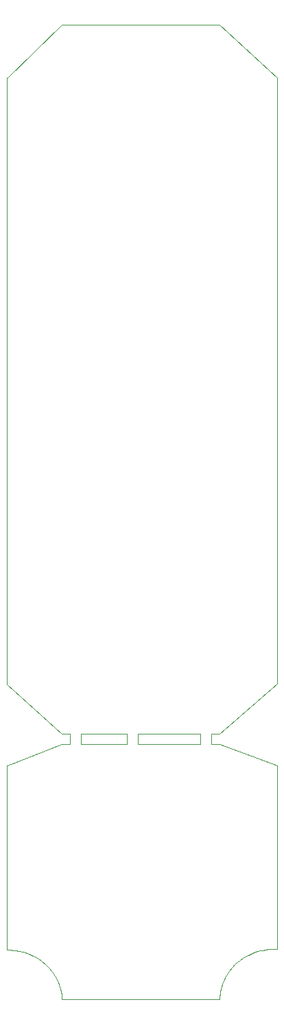
<source format=gbr>
G04 #@! TF.FileFunction,Profile,NP*
%FSLAX46Y46*%
G04 Gerber Fmt 4.6, Leading zero omitted, Abs format (unit mm)*
G04 Created by KiCad (PCBNEW 4.0.7-e0-6372~58~ubuntu16.04.1) date Sun Jul 15 17:02:29 2018*
%MOMM*%
%LPD*%
G01*
G04 APERTURE LIST*
%ADD10C,0.100000*%
G04 APERTURE END LIST*
D10*
X87088062Y-152652604D02*
X87414935Y-152598587D01*
X55530413Y-45288040D02*
X55530413Y-119952907D01*
X61933895Y-156887603D02*
X62029255Y-157176429D01*
X55530425Y-152636235D02*
X55603187Y-152632849D01*
X62267366Y-127263673D02*
X55603173Y-129903444D01*
X71623156Y-126018060D02*
X79356156Y-126018060D01*
X88083559Y-152535172D02*
X88425310Y-152527552D01*
X63284359Y-127263673D02*
X62267366Y-127263673D01*
X61824754Y-156605380D02*
X61933895Y-156887603D01*
X88846978Y-129889629D02*
X81766069Y-127263639D01*
X62257457Y-158386344D02*
X62274559Y-158700542D01*
X60690903Y-154831557D02*
X61076202Y-155298438D01*
X84199693Y-153934740D02*
X84712321Y-153580297D01*
X56273465Y-152664175D02*
X56601989Y-152702783D01*
X56601989Y-152702783D02*
X56925000Y-152755700D01*
X88846967Y-45278126D02*
X81766057Y-38701024D01*
X81790882Y-158068308D02*
X81835529Y-157759077D01*
X64638707Y-127263808D02*
X64638707Y-126018060D01*
X64638707Y-127263808D02*
X64638707Y-127263808D01*
X88847543Y-152546743D02*
X88847543Y-129888501D01*
X79356156Y-127263808D02*
X71623156Y-127263808D01*
X82292489Y-156294484D02*
X82426985Y-156021096D01*
X62274559Y-158700542D02*
X81750648Y-158700542D01*
X60260404Y-154402156D02*
X60690903Y-154831557D01*
X83726750Y-154332730D02*
X84199693Y-153934740D01*
X63284359Y-126017927D02*
X63284359Y-127263673D01*
X81766057Y-38701024D02*
X62267368Y-38701024D01*
X81750634Y-126017893D02*
X88847531Y-119864125D01*
X71623156Y-127263808D02*
X71623156Y-126018060D01*
X82064835Y-156862231D02*
X82171221Y-156575070D01*
X82171221Y-156575070D02*
X82292489Y-156294484D01*
X85841210Y-153012014D02*
X86143281Y-152901750D01*
X82736766Y-155496332D02*
X82910950Y-155246085D01*
X88847531Y-45276433D02*
X88846967Y-45278126D01*
X88847543Y-129888501D02*
X88846978Y-129889629D01*
X55530411Y-129899578D02*
X55530411Y-152636094D01*
X61414648Y-155798394D02*
X61564579Y-156060212D01*
X64638707Y-126018060D02*
X70268820Y-126018060D01*
X82910950Y-155246085D02*
X83295698Y-154770936D01*
X88847531Y-119864125D02*
X88847531Y-45276433D01*
X62109180Y-157471323D02*
X62174224Y-157771184D01*
X81766069Y-127263639D02*
X80710493Y-127263639D01*
X71623156Y-127263808D02*
X71623156Y-127263808D01*
X55530411Y-152636094D02*
X55530425Y-152636235D01*
X70268820Y-127263808D02*
X64638707Y-127263808D01*
X55603176Y-45291907D02*
X55530413Y-45288040D01*
X81762219Y-158382506D02*
X81790882Y-158068308D01*
X86766701Y-152721523D02*
X87088062Y-152652604D01*
X88425310Y-152527552D02*
X88847543Y-152546743D01*
X62267368Y-38701024D02*
X55603176Y-45291907D01*
X62274534Y-126017927D02*
X63284359Y-126017927D01*
X59789116Y-154011899D02*
X60260404Y-154402156D01*
X61564579Y-156060212D02*
X61701281Y-156329226D01*
X62223833Y-158076577D02*
X62257457Y-158386344D01*
X61076202Y-155298438D02*
X61414648Y-155798394D01*
X55603187Y-152632849D02*
X55940530Y-152641033D01*
X57554489Y-152904516D02*
X58159172Y-153107377D01*
X87746766Y-152559443D02*
X88083559Y-152535172D01*
X86143281Y-152901750D02*
X86451961Y-152804750D01*
X70268820Y-126018060D02*
X70268820Y-127263808D01*
X79356156Y-126018060D02*
X79356156Y-127263808D01*
X58735191Y-153361462D02*
X59279242Y-153663552D01*
X87414935Y-152598587D02*
X87746766Y-152559443D01*
X55530425Y-152636235D02*
X55530425Y-152636235D01*
X81973336Y-157155488D02*
X82064835Y-156862231D01*
X86451961Y-152804750D02*
X86766701Y-152721523D01*
X59279242Y-153663552D02*
X59789116Y-154011899D01*
X81750648Y-158700542D02*
X81762219Y-158382506D01*
X55530413Y-119952907D02*
X62274534Y-126017927D01*
X85260781Y-153271630D02*
X85841210Y-153012014D01*
X82426985Y-156021096D02*
X82575261Y-155754847D01*
X62029255Y-157176429D02*
X62109180Y-157471323D01*
X71623156Y-127263808D02*
X71623156Y-127263808D01*
X81835529Y-157759077D02*
X81896715Y-157454248D01*
X84712321Y-153580297D02*
X85260781Y-153271630D01*
X83295698Y-154770936D02*
X83726750Y-154332730D01*
X61701281Y-156329226D02*
X61824754Y-156605380D01*
X64638707Y-127263808D02*
X64638707Y-127263808D01*
X62174224Y-157771184D02*
X62223833Y-158076577D01*
X82575261Y-155754847D02*
X82736766Y-155496332D01*
X81896715Y-157454248D02*
X81973336Y-157155488D01*
X80710493Y-126017893D02*
X81750634Y-126017893D01*
X80710493Y-127263639D02*
X80710493Y-126017893D01*
X55940530Y-152641033D02*
X56273465Y-152664175D01*
X55603173Y-129903444D02*
X55530411Y-129899578D01*
X58159172Y-153107377D02*
X58735191Y-153361462D01*
X56925000Y-152755700D02*
X57554489Y-152904516D01*
M02*

</source>
